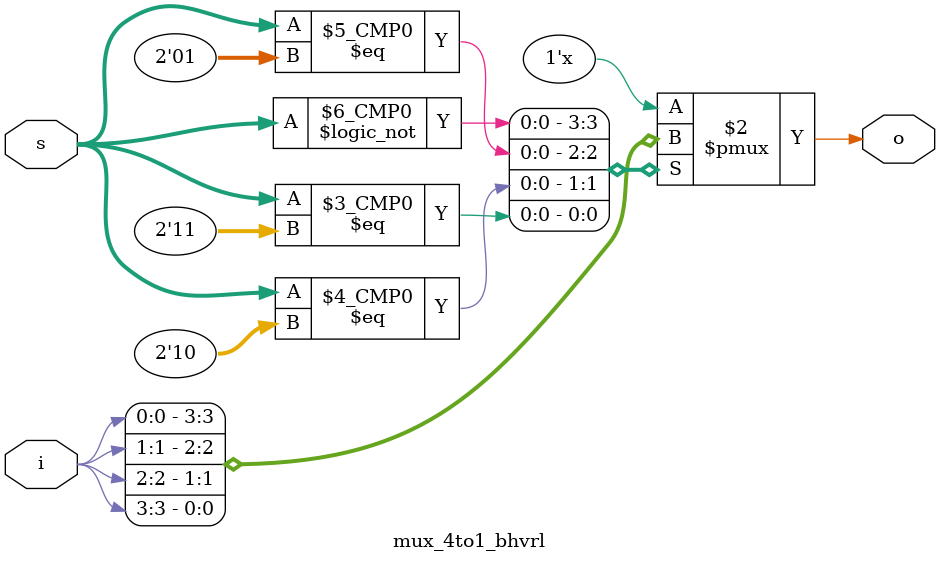
<source format=v>
module mux_4to1_bhvrl(o, i, s);
	input [3:0] i;
	input [1:0] s;
	output reg o;
	
	always @(s or i) begin
		case(s)
			2'b00 : o = i[0];
			2'b01 : o = i[1];
			2'b10 : o = i[2];
			2'b11 : o = i[3];
			default : o = 1'bx;
		endcase
	end
endmodule

</source>
